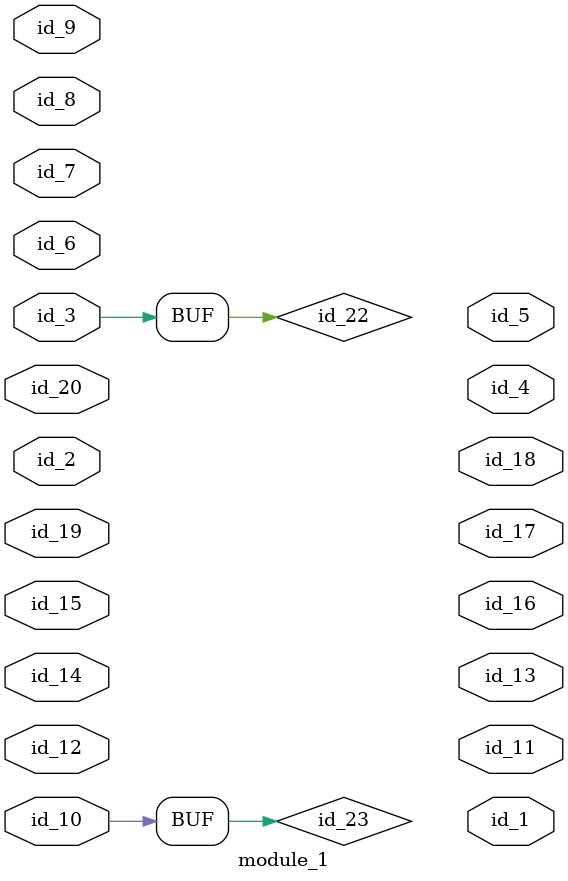
<source format=v>
module module_0;
  wire id_2;
  assign id_2 = id_1;
endmodule
module module_1 (
    id_1,
    id_2,
    id_3,
    id_4,
    id_5,
    id_6,
    id_7,
    id_8,
    id_9,
    id_10,
    id_11,
    id_12,
    id_13,
    id_14,
    id_15,
    id_16,
    id_17,
    id_18,
    id_19,
    id_20
);
  inout wire id_20;
  inout wire id_19;
  output wire id_18;
  output wire id_17;
  output wire id_16;
  input wire id_15;
  inout wire id_14;
  output wire id_13;
  inout wire id_12;
  output wire id_11;
  inout wire id_10;
  input wire id_9;
  input wire id_8;
  input wire id_7;
  inout wire id_6;
  output wire id_5;
  output wire id_4;
  inout wire id_3;
  inout wire id_2;
  output wire id_1;
  wire id_21;
  wire id_22 = id_3;
  assign id_18[1] = 1 + 1;
  wire id_23 = id_10;
  module_0 modCall_1 ();
endmodule

</source>
